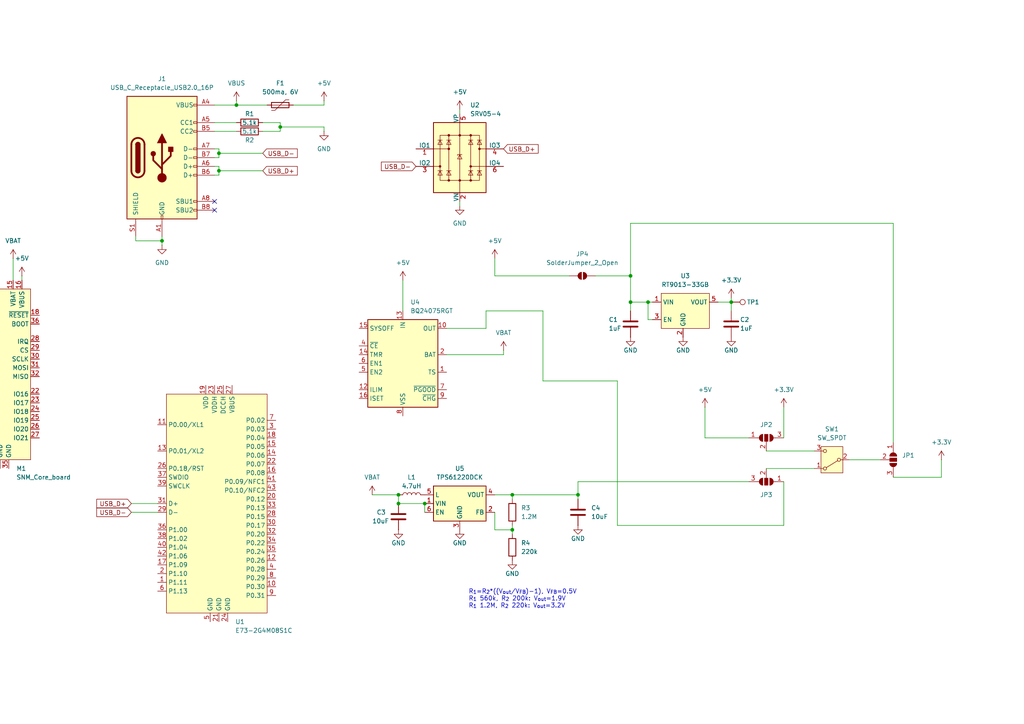
<source format=kicad_sch>
(kicad_sch (version 20231120) (generator "eeschema") (generator_version "8.0")
  (paper "A4")
  (lib_symbols
    (symbol "Battery_Management:BQ24075RGT"
      (property "Reference" "U" (at -8.89 13.97 0))
      (property "Value" "BQ24075RGT" (at 16.51 13.97 0))
      (symbol "BQ24075RGT_0_1"
        (rectangle (start -10.16 12.7) (end 10.16 -12.7) (stroke (width 0.254)) (fill (type background)))
      )
      (symbol "BQ24075RGT_1_1"
        (pin passive line (at 12.7 -2.54 180) (length 2.54) (name "TS") (number "1"))
        (pin power_out line (at 12.7 10.16 180) (length 2.54) (name "OUT") (number "10"))
        (pin passive line (at 12.7 10.16 180) (length 2.54) hide (name "OUT") (number "11"))
        (pin passive line (at -12.7 -7.62 0) (length 2.54) (name "ILIM") (number "12"))
        (pin power_in line (at 0 15.24 270) (length 2.54) (name "IN") (number "13"))
        (pin input line (at -12.7 2.54 0) (length 2.54) (name "TMR") (number "14"))
        (pin input line (at -12.7 10.16 0) (length 2.54) (name "SYSOFF") (number "15"))
        (pin passive line (at -12.7 -10.16 0) (length 2.54) (name "ISET") (number "16"))
        (pin passive line (at 0 -15.24 90) (length 2.54) hide (name "VSS") (number "17"))
        (pin power_out line (at 12.7 2.54 180) (length 2.54) (name "BAT") (number "2"))
        (pin passive line (at 12.7 2.54 180) (length 2.54) hide (name "BAT") (number "3"))
        (pin input line (at -12.7 5.08 0) (length 2.54) (name "~{CE}") (number "4"))
        (pin input line (at -12.7 -2.54 0) (length 2.54) (name "EN2") (number "5"))
        (pin input line (at -12.7 0 0) (length 2.54) (name "EN1") (number "6"))
        (pin open_collector line (at 12.7 -7.62 180) (length 2.54) (name "~{PGOOD}") (number "7"))
        (pin power_in line (at 0 -15.24 90) (length 2.54) (name "VSS") (number "8"))
        (pin open_collector line (at 12.7 -10.16 180) (length 2.54) (name "~{CHG}") (number "9"))
      )
    )
    (symbol "Connector:TestPoint" (pin_numbers hide) (pin_names (offset 0.762) hide)
      (property "Reference" "TP" (at 0 6.858 0))
      (property "Value" "TestPoint" (at 0 5.08 0))
      (symbol "TestPoint_0_1"
        (circle (center 0 3.302) (radius 0.762))
      )
      (symbol "TestPoint_1_1"
        (pin passive line (at 0 0 90) (length 2.54) (name "1") (number "1"))
      )
    )
    (symbol "Connector:USB_C_Receptacle_USB2.0_16P" (pin_names (offset 1.016))
      (property "Reference" "J" (at 0 22.225 0))
      (property "Value" "USB_C_Receptacle_USB2.0_16P" (at 0 19.685 0))
      (symbol "USB_C_Receptacle_USB2.0_16P_0_0"
        (rectangle (start -0.254 -17.78) (end 0.254 -16.764))
        (rectangle (start 10.16 -14.986) (end 9.144 -15.494))
        (rectangle (start 10.16 -12.446) (end 9.144 -12.954))
        (rectangle (start 10.16 -4.826) (end 9.144 -5.334))
        (rectangle (start 10.16 -2.286) (end 9.144 -2.794))
        (rectangle (start 10.16 0.254) (end 9.144 -0.254))
        (rectangle (start 10.16 2.794) (end 9.144 2.286))
        (rectangle (start 10.16 7.874) (end 9.144 7.366))
        (rectangle (start 10.16 10.414) (end 9.144 9.906))
        (rectangle (start 10.16 15.494) (end 9.144 14.986))
      )
      (symbol "USB_C_Receptacle_USB2.0_16P_0_1"
        (rectangle (start -10.16 17.78) (end 10.16 -17.78) (stroke (width 0.254)) (fill (type background)))
        (arc (start -8.89 -3.81) (mid -6.985 -5.7067) (end -5.08 -3.81) (stroke (width 0.508)))
        (arc (start -7.62 -3.81) (mid -6.985 -4.4423) (end -6.35 -3.81) (stroke (width 0.254)))
        (arc (start -7.62 -3.81) (mid -6.985 -4.4423) (end -6.35 -3.81) (stroke (width 0.254)) (fill (type outline)))
        (rectangle (start -7.62 -3.81) (end -6.35 3.81) (stroke (width 0.254)) (fill (type outline)))
        (arc (start -6.35 3.81) (mid -6.985 4.4423) (end -7.62 3.81) (stroke (width 0.254)))
        (arc (start -6.35 3.81) (mid -6.985 4.4423) (end -7.62 3.81) (stroke (width 0.254)) (fill (type outline)))
        (arc (start -5.08 3.81) (mid -6.985 5.7067) (end -8.89 3.81) (stroke (width 0.508)))
        (circle (center -2.54 1.143) (radius 0.635) (stroke (width 0.254)) (fill (type outline)))
        (circle (center 0 -5.842) (radius 1.27) (fill (type outline)))
        (polyline (pts (xy -8.89 -3.81) (xy -8.89 3.81)) (stroke (width 0.508)))
        (polyline (pts (xy -5.08 3.81) (xy -5.08 -3.81)) (stroke (width 0.508)))
        (polyline (pts (xy 0 -5.842) (xy 0 4.318)) (stroke (width 0.508)))
        (polyline (pts (xy 0 -3.302) (xy -2.54 -0.762) (xy -2.54 0.508)) (stroke (width 0.508)))
        (polyline (pts (xy 0 -2.032) (xy 2.54 0.508) (xy 2.54 1.778)) (stroke (width 0.508)))
        (polyline (pts (xy -1.27 4.318) (xy 0 6.858) (xy 1.27 4.318) (xy -1.27 4.318)) (stroke (width 0.254)) (fill (type outline)))
        (rectangle (start 1.905 1.778) (end 3.175 3.048) (stroke (width 0.254)) (fill (type outline)))
      )
      (symbol "USB_C_Receptacle_USB2.0_16P_1_1"
        (pin passive line (at 0 -22.86 90) (length 5.08) (name "GND") (number "A1"))
        (pin passive line (at 0 -22.86 90) (length 5.08) hide (name "GND") (number "A12"))
        (pin passive line (at 15.24 15.24 180) (length 5.08) (name "VBUS") (number "A4"))
        (pin bidirectional line (at 15.24 10.16 180) (length 5.08) (name "CC1") (number "A5"))
        (pin bidirectional line (at 15.24 -2.54 180) (length 5.08) (name "D+") (number "A6"))
        (pin bidirectional line (at 15.24 2.54 180) (length 5.08) (name "D-") (number "A7"))
        (pin bidirectional line (at 15.24 -12.7 180) (length 5.08) (name "SBU1") (number "A8"))
        (pin passive line (at 15.24 15.24 180) (length 5.08) hide (name "VBUS") (number "A9"))
        (pin passive line (at 0 -22.86 90) (length 5.08) hide (name "GND") (number "B1"))
        (pin passive line (at 0 -22.86 90) (length 5.08) hide (name "GND") (number "B12"))
        (pin passive line (at 15.24 15.24 180) (length 5.08) hide (name "VBUS") (number "B4"))
        (pin bidirectional line (at 15.24 7.62 180) (length 5.08) (name "CC2") (number "B5"))
        (pin bidirectional line (at 15.24 -5.08 180) (length 5.08) (name "D+") (number "B6"))
        (pin bidirectional line (at 15.24 0 180) (length 5.08) (name "D-") (number "B7"))
        (pin bidirectional line (at 15.24 -15.24 180) (length 5.08) (name "SBU2") (number "B8"))
        (pin passive line (at 15.24 15.24 180) (length 5.08) hide (name "VBUS") (number "B9"))
        (pin passive line (at -7.62 -22.86 90) (length 5.08) (name "SHIELD") (number "S1"))
      )
    )
    (symbol "Device:C" (pin_numbers hide) (pin_names (offset 0.254))
      (property "Reference" "C" (at 0.635 2.54 0))
      (property "Value" "C" (at 0.635 -2.54 0))
      (symbol "C_0_1"
        (polyline (pts (xy -2.032 -0.762) (xy 2.032 -0.762)) (stroke (width 0.508)))
        (polyline (pts (xy -2.032 0.762) (xy 2.032 0.762)) (stroke (width 0.508)))
      )
      (symbol "C_1_1"
        (pin passive line (at 0 3.81 270) (length 2.794) (name "~") (number "1"))
        (pin passive line (at 0 -3.81 90) (length 2.794) (name "~") (number "2"))
      )
    )
    (symbol "Device:L" (pin_numbers hide) (pin_names (offset 1.016) hide)
      (property "Reference" "L" (at -1.27 0 90))
      (property "Value" "L" (at 1.905 0 90))
      (symbol "L_0_1"
        (arc (start 0 -2.54) (mid 0.6323 -1.905) (end 0 -1.27))
        (arc (start 0 -1.27) (mid 0.6323 -0.635) (end 0 0))
        (arc (start 0 0) (mid 0.6323 0.635) (end 0 1.27))
        (arc (start 0 1.27) (mid 0.6323 1.905) (end 0 2.54))
      )
      (symbol "L_1_1"
        (pin passive line (at 0 3.81 270) (length 1.27) (name "1") (number "1"))
        (pin passive line (at 0 -3.81 90) (length 1.27) (name "2") (number "2"))
      )
    )
    (symbol "Device:Polyfuse" (pin_numbers hide) (pin_names (offset 0))
      (property "Reference" "F" (at -2.54 0 90))
      (property "Value" "Polyfuse" (at 2.54 0 90))
      (symbol "Polyfuse_0_1"
        (rectangle (start -0.762 2.54) (end 0.762 -2.54) (stroke (width 0.254)))
        (polyline (pts (xy 0 2.54) (xy 0 -2.54)))
        (polyline (pts (xy -1.524 2.54) (xy -1.524 1.524) (xy 1.524 -1.524) (xy 1.524 -2.54)))
      )
      (symbol "Polyfuse_1_1"
        (pin passive line (at 0 3.81 270) (length 1.27) (name "~") (number "1"))
        (pin passive line (at 0 -3.81 90) (length 1.27) (name "~") (number "2"))
      )
    )
    (symbol "Device:R" (pin_numbers hide) (pin_names (offset 0))
      (property "Reference" "R" (at 2.032 0 90))
      (property "Value" "R" (at 0 0 90))
      (symbol "R_0_1"
        (rectangle (start -1.016 -2.54) (end 1.016 2.54) (stroke (width 0.254)))
      )
      (symbol "R_1_1"
        (pin passive line (at 0 3.81 270) (length 1.27) (name "~") (number "1"))
        (pin passive line (at 0 -3.81 90) (length 1.27) (name "~") (number "2"))
      )
    )
    (symbol "ErgoSNM_Keyboard_Library:E73-2G4M08S1C"
      (property "Reference" "U" (at 10.16 -34.29 0))
      (property "Value" "E73-2G4M08S1C" (at 12.7 -36.83 0))
      (symbol "E73-2G4M08S1C_0_0"
        (pin bidirectional line (at -17.78 -24.13 0) (length 2.54) (name "P1.11") (number "1"))
        (pin bidirectional line (at 16.51 -25.4 180) (length 2.54) (name "P0.30") (number "10"))
        (pin bidirectional line (at -17.78 21.59 0) (length 2.54) (name "P0.00/XL1") (number "11"))
        (pin bidirectional line (at 16.51 -17.78 180) (length 2.54) (name "P0.26") (number "12"))
        (pin bidirectional line (at -17.78 13.97 0) (length 2.54) (name "P0.01/XL2") (number "13"))
        (pin bidirectional line (at 16.51 12.7 180) (length 2.54) (name "P0.06") (number "14"))
        (pin bidirectional line (at 16.51 15.24 180) (length 2.54) (name "P0.05") (number "15"))
        (pin bidirectional line (at 16.51 7.62 180) (length 2.54) (name "P0.08") (number "16"))
        (pin bidirectional line (at -17.78 -19.05 0) (length 2.54) (name "P1.09") (number "17"))
        (pin bidirectional line (at 16.51 17.78 180) (length 2.54) (name "P0.04") (number "18"))
        (pin power_in line (at -3.81 33.02 270) (length 2.54) (name "VDD") (number "19"))
        (pin bidirectional line (at -17.78 -21.59 0) (length 2.54) (name "P1.10") (number "2"))
        (pin bidirectional line (at 16.51 0 180) (length 2.54) (name "P0.12") (number "20"))
        (pin power_in line (at 0 -35.56 90) (length 2.54) (name "GND") (number "21"))
        (pin bidirectional line (at 16.51 10.16 180) (length 2.54) (name "P0.07") (number "22"))
        (pin power_in line (at -1.27 33.02 270) (length 2.54) (name "VDDH") (number "23"))
        (pin power_in line (at 2.54 -35.56 90) (length 2.54) (name "GND") (number "24"))
        (pin power_in line (at 1.27 33.02 270) (length 2.54) (name "DCCH") (number "25"))
        (pin bidirectional line (at -17.78 8.89 0) (length 2.54) (name "P0.18/RST") (number "26"))
        (pin power_in line (at 3.81 33.02 270) (length 2.54) (name "VBUS") (number "27"))
        (pin bidirectional line (at 16.51 -5.08 180) (length 2.54) (name "P0.15") (number "28"))
        (pin bidirectional line (at -17.78 -3.81 0) (length 2.54) (name "D-") (number "29"))
        (pin bidirectional line (at 16.51 20.32 180) (length 2.54) (name "P0.03") (number "3"))
        (pin bidirectional line (at 16.51 -7.62 180) (length 2.54) (name "P0.17") (number "30"))
        (pin bidirectional line (at -17.78 -1.27 0) (length 2.54) (name "D+") (number "31"))
        (pin bidirectional line (at 16.51 -10.16 180) (length 2.54) (name "P0.20") (number "32"))
        (pin bidirectional line (at 16.51 -2.54 180) (length 2.54) (name "P0.13") (number "33"))
        (pin bidirectional line (at 16.51 -12.7 180) (length 2.54) (name "P0.22") (number "34"))
        (pin bidirectional line (at 16.51 -15.24 180) (length 2.54) (name "P0.24") (number "35"))
        (pin bidirectional line (at -17.78 -8.89 0) (length 2.54) (name "P1.00") (number "36"))
        (pin bidirectional line (at -17.78 6.35 0) (length 2.54) (name "SWDIO") (number "37"))
        (pin bidirectional line (at -17.78 -11.43 0) (length 2.54) (name "P1.02") (number "38"))
        (pin bidirectional line (at -17.78 3.81 0) (length 2.54) (name "SWCLK") (number "39"))
        (pin bidirectional line (at 16.51 -20.32 180) (length 2.54) (name "P0.28") (number "4"))
        (pin bidirectional line (at -17.78 -13.97 0) (length 2.54) (name "P1.04") (number "40"))
        (pin bidirectional line (at 16.51 5.08 180) (length 2.54) (name "P0.09/NFC1") (number "41"))
        (pin bidirectional line (at -17.78 -16.51 0) (length 2.54) (name "P1.06") (number "42"))
        (pin bidirectional line (at 16.51 2.54 180) (length 2.54) (name "P0.10/NFC2") (number "43"))
        (pin power_in line (at -2.54 -35.56 90) (length 2.54) (name "GND") (number "5"))
        (pin bidirectional line (at -17.78 -26.67 0) (length 2.54) (name "P1.13") (number "6"))
        (pin bidirectional line (at 16.51 22.86 180) (length 2.54) (name "P0.02") (number "7"))
        (pin bidirectional line (at 16.51 -22.86 180) (length 2.54) (name "P0.29") (number "8"))
        (pin bidirectional line (at 16.51 -27.94 180) (length 2.54) (name "P0.31") (number "9"))
      )
      (symbol "E73-2G4M08S1C_1_1"
        (rectangle (start -15.24 30.48) (end 13.97 -33.02) (fill (type background)))
      )
    )
    (symbol "ErgoSNM_Keyboard_Library:SNM_Core_board"
      (property "Reference" "M" (at 7.112 -29.972 0))
      (property "Value" "SNM_Core_board" (at 14.224 -28.194 0))
      (symbol "SNM_Core_board_1_1"
        (rectangle (start -8.89 22.86) (end 8.89 -26.67) (fill (type background)))
        (pin passive line (at -6.35 25.4 270) (length 2.54) (name "3.3V") (number "1"))
        (pin passive line (at -11.43 -5.08 0) (length 2.54) (name "IO9") (number "10"))
        (pin passive line (at -11.43 -7.62 0) (length 2.54) (name "IO10") (number "11"))
        (pin passive line (at -11.43 -10.16 0) (length 2.54) (name "IO11") (number "12"))
        (pin passive line (at -11.43 -12.7 0) (length 2.54) (name "IO12") (number "13"))
        (pin passive line (at -11.43 -15.24 0) (length 2.54) (name "IO13") (number "14"))
        (pin passive line (at 3.81 25.4 270) (length 2.54) (name "VBAT") (number "15"))
        (pin passive line (at 6.35 25.4 270) (length 2.54) (name "VBUS") (number "16"))
        (pin passive line (at -2.54 -29.21 90) (length 2.54) (name "GND") (number "17"))
        (pin input line (at 11.43 15.24 180) (length 2.54) (name "~{RESET}") (number "18"))
        (pin passive line (at 0 -29.21 90) (length 2.54) (name "GND") (number "19"))
        (pin passive line (at -11.43 15.24 0) (length 2.54) (name "IO1") (number "2"))
        (pin passive line (at -11.43 -17.78 0) (length 2.54) (name "IO14") (number "20"))
        (pin passive line (at -11.43 -20.32 0) (length 2.54) (name "IO15") (number "21"))
        (pin passive line (at 11.43 -7.62 180) (length 2.54) (name "IO16") (number "22"))
        (pin passive line (at 11.43 -10.16 180) (length 2.54) (name "IO17") (number "23"))
        (pin passive line (at 11.43 -12.7 180) (length 2.54) (name "IO18") (number "24"))
        (pin passive line (at 11.43 -15.24 180) (length 2.54) (name "IO19") (number "25"))
        (pin passive line (at 11.43 -17.78 180) (length 2.54) (name "IO20") (number "26"))
        (pin passive line (at 11.43 -20.32 180) (length 2.54) (name "IO21") (number "27"))
        (pin input line (at 11.43 7.62 180) (length 2.54) (name "IRQ") (number "28"))
        (pin output line (at 11.43 5.08 180) (length 2.54) (name "CS") (number "29"))
        (pin passive line (at -11.43 12.7 0) (length 2.54) (name "IO2") (number "3"))
        (pin output line (at 11.43 2.54 180) (length 2.54) (name "SCLK") (number "30"))
        (pin output line (at 11.43 0 180) (length 2.54) (name "MOSI") (number "31"))
        (pin input line (at 11.43 -2.54 180) (length 2.54) (name "MISO") (number "32"))
        (pin passive line (at -1.27 25.4 270) (length 2.54) (name "VCC") (number "33"))
        (pin passive line (at -3.81 25.4 270) (length 2.54) (name "3.3V") (number "34"))
        (pin passive line (at 2.54 -29.21 90) (length 2.54) (name "GND") (number "35"))
        (pin input line (at 11.43 12.7 180) (length 2.54) (name "BOOT") (number "36"))
        (pin passive line (at -11.43 10.16 0) (length 2.54) (name "IO3") (number "4"))
        (pin passive line (at -11.43 7.62 0) (length 2.54) (name "IO4") (number "5"))
        (pin passive line (at -11.43 5.08 0) (length 2.54) (name "IO5") (number "6"))
        (pin passive line (at -11.43 2.54 0) (length 2.54) (name "IO6") (number "7"))
        (pin passive line (at -11.43 0 0) (length 2.54) (name "IO7") (number "8"))
        (pin passive line (at -11.43 -2.54 0) (length 2.54) (name "IO8") (number "9"))
      )
    )
    (symbol "Jumper:SolderJumper_2_Open" (pin_numbers hide) (pin_names (offset 0) hide) (exclude_from_sim yes) (in_bom no)
      (property "Reference" "JP" (at 0 2.032 0))
      (property "Value" "SolderJumper_2_Open" (at 0 -2.54 0))
      (symbol "SolderJumper_2_Open_0_1"
        (arc (start -0.254 1.016) (mid -1.2656 0) (end -0.254 -1.016))
        (arc (start -0.254 1.016) (mid -1.2656 0) (end -0.254 -1.016) (fill (type outline)))
        (polyline (pts (xy -0.254 1.016) (xy -0.254 -1.016)))
        (polyline (pts (xy 0.254 1.016) (xy 0.254 -1.016)))
        (arc (start 0.254 -1.016) (mid 1.2656 0) (end 0.254 1.016))
        (arc (start 0.254 -1.016) (mid 1.2656 0) (end 0.254 1.016) (fill (type outline)))
      )
      (symbol "SolderJumper_2_Open_1_1"
        (pin passive line (at -3.81 0 0) (length 2.54) (name "A") (number "1"))
        (pin passive line (at 3.81 0 180) (length 2.54) (name "B") (number "2"))
      )
    )
    (symbol "Jumper:SolderJumper_3_Open" (pin_names (offset 0) hide) (exclude_from_sim yes) (in_bom no)
      (property "Reference" "JP" (at -2.54 -2.54 0))
      (property "Value" "SolderJumper_3_Open" (at 0 2.794 0))
      (symbol "SolderJumper_3_Open_0_1"
        (arc (start -1.016 1.016) (mid -2.0276 0) (end -1.016 -1.016))
        (arc (start -1.016 1.016) (mid -2.0276 0) (end -1.016 -1.016) (fill (type outline)))
        (rectangle (start -0.508 1.016) (end 0.508 -1.016) (fill (type outline)))
        (polyline (pts (xy -2.54 0) (xy -2.032 0)))
        (polyline (pts (xy -1.016 1.016) (xy -1.016 -1.016)))
        (polyline (pts (xy 0 -1.27) (xy 0 -1.016)))
        (polyline (pts (xy 1.016 1.016) (xy 1.016 -1.016)))
        (polyline (pts (xy 2.54 0) (xy 2.032 0)))
        (arc (start 1.016 -1.016) (mid 2.0276 0) (end 1.016 1.016))
        (arc (start 1.016 -1.016) (mid 2.0276 0) (end 1.016 1.016) (fill (type outline)))
      )
      (symbol "SolderJumper_3_Open_1_1"
        (pin passive line (at -5.08 0 0) (length 2.54) (name "A") (number "1"))
        (pin passive line (at 0 -3.81 90) (length 2.54) (name "C") (number "2"))
        (pin passive line (at 5.08 0 180) (length 2.54) (name "B") (number "3"))
      )
    )
    (symbol "Power_Protection:SRV05-4" (pin_names (offset 0))
      (property "Reference" "U" (at -5.08 11.43 0))
      (property "Value" "SRV05-4" (at 2.54 11.43 0))
      (symbol "SRV05-4_0_0"
        (rectangle (start -5.715 6.477) (end 5.715 -6.604))
        (polyline (pts (xy -3.175 -6.604) (xy -3.175 6.477)))
        (polyline (pts (xy 3.175 6.477) (xy 3.175 -6.604)))
      )
      (symbol "SRV05-4_0_1"
        (rectangle (start -7.62 10.16) (end 7.62 -10.16) (stroke (width 0.254)) (fill (type background)))
        (circle (center -5.715 -2.54) (radius 0.2794) (fill (type outline)))
        (circle (center -3.175 -6.604) (radius 0.2794) (fill (type outline)))
        (circle (center -3.175 2.54) (radius 0.2794) (fill (type outline)))
        (circle (center -3.175 6.477) (radius 0.2794) (fill (type outline)))
        (circle (center 0 -6.604) (radius 0.2794) (fill (type outline)))
        (polyline (pts (xy -7.747 2.54) (xy -3.175 2.54)))
        (polyline (pts (xy -7.62 -2.54) (xy -5.715 -2.54)))
        (polyline (pts (xy -5.08 -3.81) (xy -6.35 -3.81)))
        (polyline (pts (xy -5.08 5.08) (xy -6.35 5.08)))
        (polyline (pts (xy -2.54 -3.81) (xy -3.81 -3.81)))
        (polyline (pts (xy -2.54 5.08) (xy -3.81 5.08)))
        (polyline (pts (xy 0 10.16) (xy 0 -10.16)))
        (polyline (pts (xy 3.81 -3.81) (xy 2.54 -3.81)))
        (polyline (pts (xy 3.81 5.08) (xy 2.54 5.08)))
        (polyline (pts (xy 6.35 -3.81) (xy 5.08 -3.81)))
        (polyline (pts (xy 6.35 5.08) (xy 5.08 5.08)))
        (polyline (pts (xy 7.62 -2.54) (xy 3.175 -2.54)))
        (polyline (pts (xy 7.62 2.54) (xy 5.715 2.54)))
        (polyline (pts (xy 0.635 0.889) (xy -0.635 0.889) (xy -0.635 0.635)))
        (polyline (pts (xy -5.08 -5.08) (xy -6.35 -5.08) (xy -5.715 -3.81) (xy -5.08 -5.08)))
        (polyline (pts (xy -5.08 3.81) (xy -6.35 3.81) (xy -5.715 5.08) (xy -5.08 3.81)))
        (polyline (pts (xy -2.54 -5.08) (xy -3.81 -5.08) (xy -3.175 -3.81) (xy -2.54 -5.08)))
        (polyline (pts (xy -2.54 3.81) (xy -3.81 3.81) (xy -3.175 5.08) (xy -2.54 3.81)))
        (polyline (pts (xy 0.635 -0.381) (xy -0.635 -0.381) (xy 0 0.889) (xy 0.635 -0.381)))
        (polyline (pts (xy 3.81 -5.08) (xy 2.54 -5.08) (xy 3.175 -3.81) (xy 3.81 -5.08)))
        (polyline (pts (xy 3.81 3.81) (xy 2.54 3.81) (xy 3.175 5.08) (xy 3.81 3.81)))
        (polyline (pts (xy 6.35 -5.08) (xy 5.08 -5.08) (xy 5.715 -3.81) (xy 6.35 -5.08)))
        (polyline (pts (xy 6.35 3.81) (xy 5.08 3.81) (xy 5.715 5.08) (xy 6.35 3.81)))
        (circle (center 0 6.477) (radius 0.2794) (fill (type outline)))
        (circle (center 3.175 -6.604) (radius 0.2794) (fill (type outline)))
        (circle (center 3.175 -2.54) (radius 0.2794) (fill (type outline)))
        (circle (center 3.175 6.477) (radius 0.2794) (fill (type outline)))
        (circle (center 5.715 2.54) (radius 0.2794) (fill (type outline)))
      )
      (symbol "SRV05-4_1_1"
        (pin passive line (at -12.7 2.54 0) (length 5.08) (name "IO1") (number "1"))
        (pin passive line (at 0 -12.7 90) (length 2.54) (name "VN") (number "2"))
        (pin passive line (at -12.7 -2.54 0) (length 5.08) (name "IO2") (number "3"))
        (pin passive line (at 12.7 2.54 180) (length 5.08) (name "IO3") (number "4"))
        (pin passive line (at 0 12.7 270) (length 2.54) (name "VP") (number "5"))
        (pin passive line (at 12.7 -2.54 180) (length 5.08) (name "IO4") (number "6"))
      )
    )
    (symbol "Regulator_Switching:TPS61220DCK"
      (property "Reference" "U" (at -7.62 6.35 0))
      (property "Value" "TPS61220DCK" (at 2.54 6.35 0))
      (symbol "TPS61220DCK_0_1"
        (rectangle (start -7.62 5.08) (end 7.62 -5.08) (stroke (width 0.254)) (fill (type background)))
      )
      (symbol "TPS61220DCK_1_1"
        (pin power_in line (at -10.16 0 0) (length 2.54) (name "VIN") (number "1"))
        (pin input line (at 10.16 -2.54 180) (length 2.54) (name "FB") (number "2"))
        (pin power_in line (at 0 -7.62 90) (length 2.54) (name "GND") (number "3"))
        (pin power_out line (at 10.16 2.54 180) (length 2.54) (name "VOUT") (number "4"))
        (pin power_in line (at -10.16 2.54 0) (length 2.54) (name "L") (number "5"))
        (pin input line (at -10.16 -2.54 0) (length 2.54) (name "EN") (number "6"))
      )
    )
    (symbol "Switch:SW_SPDT" (pin_names (offset 0) hide)
      (property "Reference" "SW" (at 0 5.08 0))
      (property "Value" "SW_SPDT" (at 0 -5.08 0))
      (symbol "SW_SPDT_0_1"
        (circle (center -2.032 0) (radius 0.4572))
        (polyline (pts (xy -1.651 0.254) (xy 1.651 2.286)))
        (circle (center 2.032 -2.54) (radius 0.4572))
        (circle (center 2.032 2.54) (radius 0.4572))
      )
      (symbol "SW_SPDT_1_1"
        (rectangle (start -3.175 3.81) (end 3.175 -3.81) (fill (type background)))
        (pin passive line (at 5.08 2.54 180) (length 2.54) (name "A") (number "1"))
        (pin passive line (at -5.08 0 0) (length 2.54) (name "B") (number "2"))
        (pin passive line (at 5.08 -2.54 180) (length 2.54) (name "C") (number "3"))
      )
    )
    (symbol "power:+3.3V" (power) (pin_numbers hide) (pin_names (offset 0) hide)
      (property "Value" "+3.3V" (at 0 3.556 0))
      (symbol "+3.3V_0_1"
        (polyline (pts (xy -0.762 1.27) (xy 0 2.54)))
        (polyline (pts (xy 0 0) (xy 0 2.54)))
        (polyline (pts (xy 0 2.54) (xy 0.762 1.27)))
      )
      (symbol "+3.3V_1_1"
        (pin power_in line (at 0 0 90) (length 0) (name "~") (number "1"))
      )
    )
    (symbol "power:+5V" (power) (pin_numbers hide) (pin_names (offset 0) hide)
      (property "Value" "+5V" (at 0 3.556 0))
      (symbol "+5V_0_1"
        (polyline (pts (xy -0.762 1.27) (xy 0 2.54)))
        (polyline (pts (xy 0 0) (xy 0 2.54)))
        (polyline (pts (xy 0 2.54) (xy 0.762 1.27)))
      )
      (symbol "+5V_1_1"
        (pin power_in line (at 0 0 90) (length 0) (name "~") (number "1"))
      )
    )
    (symbol "power:+BATT" (power) (pin_numbers hide) (pin_names (offset 0) hide)
      (property "Value" "+BATT" (at 0 3.556 0))
      (symbol "+BATT_0_1"
        (polyline (pts (xy -0.762 1.27) (xy 0 2.54)))
        (polyline (pts (xy 0 0) (xy 0 2.54)))
        (polyline (pts (xy 0 2.54) (xy 0.762 1.27)))
      )
      (symbol "+BATT_1_1"
        (pin power_in line (at 0 0 90) (length 0) (name "~") (number "1"))
      )
    )
    (symbol "power:GND" (power) (pin_numbers hide) (pin_names (offset 0) hide)
      (property "Value" "GND" (at 0 -3.81 0))
      (symbol "GND_0_1"
        (polyline (pts (xy 0 0) (xy 0 -1.27) (xy 1.27 -1.27) (xy 0 -2.54) (xy -1.27 -1.27) (xy 0 -1.27)))
      )
      (symbol "GND_1_1"
        (pin power_in line (at 0 0 270) (length 0) (name "~") (number "1"))
      )
    )
    (symbol "power:VBUS" (power) (pin_numbers hide) (pin_names (offset 0) hide)
      (property "Value" "VBUS" (at 0 3.556 0))
      (symbol "VBUS_0_1"
        (polyline (pts (xy -0.762 1.27) (xy 0 2.54)))
        (polyline (pts (xy 0 0) (xy 0 2.54)))
        (polyline (pts (xy 0 2.54) (xy 0.762 1.27)))
      )
      (symbol "VBUS_1_1"
        (pin power_in line (at 0 0 90) (length 0) (name "~") (number "1"))
      )
    )
    (symbol "rp-micro:RT9013-33GB"
      (property "Reference" "U?" (at 0 8.89 0))
      (property "Value" "RT9013-33GB" (at 0 6.35 0))
      (symbol "RT9013-33GB_0_0"
        (pin no_connect non_logic (at 10.16 -2.54 180) (length 2.54) hide (name "NC") (number "4"))
      )
      (symbol "RT9013-33GB_0_1"
        (rectangle (start -6.35 5.08) (end 7.62 -5.08) (fill (type background)))
      )
      (symbol "RT9013-33GB_1_1"
        (pin power_in line (at -8.89 2.54 0) (length 2.54) (name "VIN") (number "1"))
        (pin power_in line (at 0 -7.62 90) (length 2.54) (name "GND") (number "2"))
        (pin input line (at -8.89 -2.54 0) (length 2.54) (name "EN") (number "3"))
        (pin power_out line (at 10.16 2.54 180) (length 2.54) (name "VOUT") (number "5"))
      )
    )
  )
  (junction (at 68.58 30.48))
  (junction (at 187.96 87.63))
  (junction (at 167.64 143.51))
  (junction (at 46.99 69.85))
  (junction (at 63.5 49.53))
  (junction (at 182.88 87.63))
  (junction (at 115.57 146.05))
  (junction (at 81.28 36.83))
  (junction (at 148.59 143.51))
  (junction (at 63.5 44.45))
  (junction (at 212.09 87.63))
  (junction (at 115.57 143.51))
  (junction (at 148.59 153.67))
  (junction (at 123.19 146.05))
  (junction (at 182.88 80.01))
  (no_connect (at 62.23 60.96))
  (no_connect (at 62.23 58.42))
  (wire (pts (xy 189.23 92.71) (xy 187.96 92.71)))
  (wire (pts (xy 3.81 74.93) (xy 3.81 81.28)))
  (wire (pts (xy 167.64 139.7) (xy 167.64 143.51)))
  (wire (pts (xy 227.33 152.4) (xy 179.07 152.4)))
  (wire (pts (xy 68.58 30.48) (xy 62.23 30.48)))
  (wire (pts (xy 68.58 29.21) (xy 68.58 30.48)))
  (wire (pts (xy 81.28 35.56) (xy 81.28 36.83)))
  (wire (pts (xy 208.28 87.63) (xy 212.09 87.63)))
  (wire (pts (xy 182.88 87.63) (xy 182.88 90.17)))
  (wire (pts (xy 129.54 102.87) (xy 146.05 102.87)))
  (wire (pts (xy 143.51 153.67) (xy 143.51 148.59)))
  (wire (pts (xy 204.47 118.11) (xy 204.47 127)))
  (wire (pts (xy 182.88 64.77) (xy 182.88 80.01)))
  (wire (pts (xy 143.51 74.93) (xy 143.51 80.01)))
  (wire (pts (xy 217.17 139.7) (xy 167.64 139.7)))
  (wire (pts (xy 143.51 143.51) (xy 148.59 143.51)))
  (wire (pts (xy 217.17 127) (xy 204.47 127)))
  (wire (pts (xy 38.1 146.05) (xy 45.72 146.05)))
  (wire (pts (xy 77.47 30.48) (xy 68.58 30.48)))
  (wire (pts (xy 63.5 45.72) (xy 62.23 45.72)))
  (wire (pts (xy 6.35 80.01) (xy 6.35 81.28)))
  (wire (pts (xy 63.5 44.45) (xy 76.2 44.45)))
  (wire (pts (xy 63.5 48.26) (xy 63.5 49.53)))
  (wire (pts (xy 212.09 86.36) (xy 212.09 87.63)))
  (wire (pts (xy 93.98 36.83) (xy 93.98 38.1)))
  (wire (pts (xy 39.37 69.85) (xy 39.37 68.58)))
  (wire (pts (xy 63.5 44.45) (xy 63.5 45.72)))
  (wire (pts (xy 107.95 143.51) (xy 115.57 143.51)))
  (wire (pts (xy 259.08 64.77) (xy 182.88 64.77)))
  (wire (pts (xy 259.08 138.43) (xy 273.05 138.43)))
  (wire (pts (xy 46.99 69.85) (xy 46.99 68.58)))
  (wire (pts (xy 133.35 59.69) (xy 133.35 58.42)))
  (wire (pts (xy 38.1 148.59) (xy 45.72 148.59)))
  (wire (pts (xy 68.58 35.56) (xy 62.23 35.56)))
  (wire (pts (xy 255.27 133.35) (xy 246.38 133.35)))
  (wire (pts (xy 148.59 144.78) (xy 148.59 143.51)))
  (wire (pts (xy 123.19 146.05) (xy 123.19 148.59)))
  (wire (pts (xy 179.07 152.4) (xy 179.07 110.49)))
  (wire (pts (xy 76.2 35.56) (xy 81.28 35.56)))
  (wire (pts (xy 81.28 36.83) (xy 81.28 38.1)))
  (wire (pts (xy 157.48 90.17) (xy 140.97 90.17)))
  (wire (pts (xy 179.07 110.49) (xy 157.48 110.49)))
  (wire (pts (xy 63.5 50.8) (xy 62.23 50.8)))
  (wire (pts (xy 148.59 153.67) (xy 148.59 152.4)))
  (wire (pts (xy 46.99 71.12) (xy 46.99 69.85)))
  (wire (pts (xy 63.5 43.18) (xy 63.5 44.45)))
  (wire (pts (xy 227.33 139.7) (xy 227.33 152.4)))
  (wire (pts (xy 172.72 80.01) (xy 182.88 80.01)))
  (wire (pts (xy 115.57 146.05) (xy 123.19 146.05)))
  (wire (pts (xy 227.33 118.11) (xy 227.33 127)))
  (wire (pts (xy 157.48 110.49) (xy 157.48 90.17)))
  (wire (pts (xy 63.5 49.53) (xy 63.5 50.8)))
  (wire (pts (xy 93.98 30.48) (xy 93.98 29.21)))
  (wire (pts (xy 115.57 143.51) (xy 115.57 146.05)))
  (wire (pts (xy 222.25 135.89) (xy 236.22 135.89)))
  (wire (pts (xy 129.54 95.25) (xy 140.97 95.25)))
  (wire (pts (xy 133.35 31.75) (xy 133.35 33.02)))
  (wire (pts (xy 273.05 133.35) (xy 273.05 138.43)))
  (wire (pts (xy 63.5 48.26) (xy 62.23 48.26)))
  (wire (pts (xy 182.88 80.01) (xy 182.88 87.63)))
  (wire (pts (xy 85.09 30.48) (xy 93.98 30.48)))
  (wire (pts (xy 63.5 49.53) (xy 76.2 49.53)))
  (wire (pts (xy 140.97 95.25) (xy 140.97 90.17)))
  (wire (pts (xy 182.88 87.63) (xy 187.96 87.63)))
  (wire (pts (xy 187.96 87.63) (xy 189.23 87.63)))
  (wire (pts (xy 143.51 153.67) (xy 148.59 153.67)))
  (wire (pts (xy 259.08 128.27) (xy 259.08 64.77)))
  (wire (pts (xy 167.64 144.78) (xy 167.64 143.51)))
  (wire (pts (xy 148.59 143.51) (xy 167.64 143.51)))
  (wire (pts (xy 39.37 69.85) (xy 46.99 69.85)))
  (wire (pts (xy 62.23 38.1) (xy 68.58 38.1)))
  (wire (pts (xy 63.5 43.18) (xy 62.23 43.18)))
  (wire (pts (xy 222.25 130.81) (xy 236.22 130.81)))
  (wire (pts (xy 146.05 102.87) (xy 146.05 101.6)))
  (wire (pts (xy 212.09 87.63) (xy 212.09 90.17)))
  (wire (pts (xy 116.84 81.28) (xy 116.84 90.17)))
  (wire (pts (xy 93.98 36.83) (xy 81.28 36.83)))
  (wire (pts (xy 187.96 92.71) (xy 187.96 87.63)))
  (wire (pts (xy 148.59 154.94) (xy 148.59 153.67)))
  (wire (pts (xy 76.2 38.1) (xy 81.28 38.1)))
  (wire (pts (xy 165.1 80.01) (xy 143.51 80.01)))
  (text "R_{1}=R_{2}*((V_{out}/V_{FB})-1), V_{FB}=0.5V\nR_{1} 560k, R_{2} 200k: V_{out}=1.9V\nR_{1} 1.2M, R_{2} 220k: V_{out}=3.2V" (at 135.89 176.53 0) (effects (font (size 1.27 1.27)) (justify left bottom)))
  (global_label "USB_D+" (shape input) (at 146.05 43.18 0) (property "Intersheetrefs" "${INTERSHEET_REFS}" (effects (hide yes))))
  (global_label "USB_D-" (shape input) (at 76.2 44.45 0) (property "Intersheetrefs" "${INTERSHEET_REFS}" (effects (hide yes))))
  (global_label "USB_D-" (shape input) (at 120.65 48.26 180) (property "Intersheetrefs" "${INTERSHEET_REFS}" (effects (hide yes))))
  (global_label "USB_D+" (shape input) (at 76.2 49.53 0) (property "Intersheetrefs" "${INTERSHEET_REFS}" (effects (hide yes))))
  (global_label "USB_D+" (shape input) (at 38.1 146.05 180) (property "Intersheetrefs" "${INTERSHEET_REFS}" (effects (hide yes))))
  (global_label "USB_D-" (shape input) (at 38.1 148.59 180) (property "Intersheetrefs" "${INTERSHEET_REFS}" (effects (hide yes))))
  (symbol (lib_id "power:GND") (at 167.64 152.4 0) (unit 1)
    (property "Reference" "#PWR022" (effects (hide yes)))
    (property "Value" "GND" (at 167.64 156.21 0))
  )
  (symbol (lib_id "Device:R") (at 72.39 38.1 90) (mirror x) (unit 1)
    (property "Reference" "R2" (at 72.39 40.64 90))
    (property "Value" "5.1k" (at 72.39 38.1 90))
    (property "Description" "Resistor" (effects (hide yes)))
  )
  (symbol (lib_id "Jumper:SolderJumper_3_Open") (at 222.25 127 0) (unit 1) (exclude_from_sim yes) (in_bom no)
    (property "Reference" "JP2" (at 222.25 123.19 0))
    (property "Value" "SolderJumper_3_Open" (effects (hide yes)))
    (property "Description" "Solder Jumper, 3-pole, open" (effects (hide yes)))
  )
  (symbol (lib_id "power:GND") (at 198.12 97.79 0) (unit 1)
    (property "Reference" "#PWR09" (effects (hide yes)))
    (property "Value" "GND" (at 198.12 101.6 0))
  )
  (symbol (lib_id "power:+BATT") (at 146.05 101.6 0) (unit 1)
    (property "Reference" "#PWR013" (effects (hide yes)))
    (property "Value" "VBAT" (at 146.05 96.52 0))
    (property "Description" "Power symbol creates a global label with name \"+BATT\"" (effects (hide yes)))
  )
  (symbol (lib_id "ErgoSNM_Keyboard_Library:E73-2G4M08S1C") (at 63.5 144.78 0) (unit 1)
    (property "Reference" "U1" (at 68.2341 180.34 0) (effects (justify left)))
    (property "Value" "E73-2G4M08S1C" (at 68.2341 182.88 0) (effects (justify left)))
    (property "Footprint" "ErgoSNM_Keyboard:E73-2G4M08S1C-52840_from_nrfmicro" (effects (hide yes)))
    (property "Description" "nRF52840 BLE module" (effects (hide yes)))
  )
  (symbol (lib_id "power:GND") (at 212.09 97.79 0) (unit 1)
    (property "Reference" "#PWR011" (effects (hide yes)))
    (property "Value" "GND" (at 212.09 101.6 0))
  )
  (symbol (lib_id "power:+BATT") (at 107.95 143.51 0) (unit 1)
    (property "Reference" "#PWR017" (effects (hide yes)))
    (property "Value" "VBAT" (at 107.95 138.43 0))
    (property "Description" "Power symbol creates a global label with name \"+BATT\"" (effects (hide yes)))
  )
  (symbol (lib_id "Regulator_Switching:TPS61220DCK") (at 133.35 146.05 0) (unit 1)
    (property "Reference" "U5" (at 133.35 135.89 0))
    (property "Value" "TPS61220DCK" (at 133.35 138.43 0))
    (property "Footprint" "Package_TO_SOT_SMD:Texas_R-PDSO-G6" (effects (hide yes)))
    (property "Datasheet" "http://www.ti.com/lit/ds/symlink/tps61220.pdf" (effects (hide yes)))
  )
  (symbol (lib_id "power:+3.3V") (at 273.05 133.35 0) (unit 1)
    (property "Reference" "#PWR07" (effects (hide yes)))
    (property "Value" "+3.3V" (at 273.05 128.27 0))
    (property "Description" "Power symbol creates a global label with name \"+3.3V\"" (effects (hide yes)))
  )
  (symbol (lib_id "Device:Polyfuse") (at 81.28 30.48 90) (unit 1)
    (property "Reference" "F1" (at 81.28 24.13 90))
    (property "Value" "500ma, 6V" (at 81.28 26.67 90))
    (property "Description" "Resettable fuse, polymeric positive temperature coefficient" (effects (hide yes)))
  )
  (symbol (lib_id "Device:R") (at 72.39 35.56 90) (unit 1)
    (property "Reference" "R1" (at 72.39 33.02 90))
    (property "Value" "5.1k" (at 72.39 35.56 90))
    (property "Description" "Resistor" (effects (hide yes)))
  )
  (symbol (lib_id "power:GND") (at 133.35 59.69 0) (unit 1)
    (property "Reference" "#PWR06" (effects (hide yes)))
    (property "Value" "GND" (at 133.35 64.77 0))
    (property "Description" "Power symbol creates a global label with name \"GND\" , ground" (effects (hide yes)))
  )
  (symbol (lib_id "power:GND") (at 115.57 153.67 0) (unit 1)
    (property "Reference" "#PWR018" (effects (hide yes)))
    (property "Value" "GND" (at 115.57 157.48 0))
  )
  (symbol (lib_id "Power_Protection:SRV05-4") (at 133.35 45.72 0) (unit 1)
    (property "Reference" "U2" (at 136.3665 30.48 0) (effects (justify left)))
    (property "Value" "SRV05-4" (at 136.3665 33.02 0) (effects (justify left)))
    (property "Footprint" "Package_TO_SOT_SMD:SOT-23-6" (effects (hide yes)))
    (property "Datasheet" "http://www.onsemi.com/pub/Collateral/SRV05-4-D.PDF" (effects (hide yes)))
    (property "Description" "ESD Protection Diodes with Low Clamping Voltage, SOT-23-6" (effects (hide yes)))
  )
  (symbol (lib_id "Battery_Management:BQ24075RGT") (at 116.84 105.41 0) (unit 1)
    (property "Reference" "U4" (at 119.0341 87.63 0) (effects (justify left)))
    (property "Value" "BQ24075RGT" (at 119.0341 90.17 0) (effects (justify left)))
    (property "Footprint" "Package_DFN_QFN:VQFN-16-1EP_3x3mm_P0.5mm_EP1.6x1.6mm" (effects (hide yes)))
    (property "Datasheet" "http://www.ti.com/lit/ds/symlink/bq24075.pdf" (effects (hide yes)))
    (property "Description" "USB-Friendly Li-Ion Battery Charger and Power-Path Management, VQFN-16" (effects (hide yes)))
  )
  (symbol (lib_id "power:VBUS") (at 68.58 29.21 0) (unit 1)
    (property "Reference" "#PWR02" (effects (hide yes)))
    (property "Value" "VBUS" (at 68.58 24.13 0))
    (property "Description" "Power symbol creates a global label with name \"VBUS\"" (effects (hide yes)))
  )
  (symbol (lib_id "power:GND") (at 93.98 38.1 0) (unit 1)
    (property "Reference" "#PWR01" (effects (hide yes)))
    (property "Value" "GND" (at 93.98 43.18 0))
    (property "Description" "Power symbol creates a global label with name \"GND\" , ground" (effects (hide yes)))
  )
  (symbol (lib_id "Connector:USB_C_Receptacle_USB2.0_16P") (at 46.99 45.72 0) (unit 1)
    (property "Reference" "J1" (at 46.99 22.86 0))
    (property "Value" "USB_C_Receptacle_USB2.0_16P" (at 46.99 25.4 0))
    (property "Footprint" "Connector_USB:USB_C_Receptacle_HRO_TYPE-C-31-M-12" (effects (hide yes)))
    (property "Datasheet" "https://www.usb.org/sites/default/files/documents/usb_type-c.zip" (effects (hide yes)))
    (property "Description" "USB 2.0-only 16P Type-C Receptacle connector" (effects (hide yes)))
  )
  (symbol (lib_id "Jumper:SolderJumper_3_Open") (at 259.08 133.35 270) (unit 1) (exclude_from_sim yes) (in_bom no)
    (property "Reference" "JP1" (at 261.62 132.0799 90) (effects (justify left)))
    (property "Value" "SolderJumper_3_Open" (effects (hide yes)))
    (property "Description" "Solder Jumper, 3-pole, open" (effects (hide yes)))
  )
  (symbol (lib_id "power:+5V") (at 143.51 74.93 0) (unit 1)
    (property "Reference" "#PWR024" (effects (hide yes)))
    (property "Value" "+5V" (at 143.51 69.85 0))
    (property "Description" "Power symbol creates a global label with name \"+5V\"" (effects (hide yes)))
  )
  (symbol (lib_id "power:+BATT") (at 3.81 74.93 0) (unit 1)
    (property "Reference" "#PWR014" (effects (hide yes)))
    (property "Value" "VBAT" (at 3.81 69.85 0))
    (property "Description" "Power symbol creates a global label with name \"+BATT\"" (effects (hide yes)))
  )
  (symbol (lib_id "power:+5V") (at 133.35 31.75 0) (unit 1)
    (property "Reference" "#PWR05" (effects (hide yes)))
    (property "Value" "+5V" (at 133.35 26.67 0))
    (property "Description" "Power symbol creates a global label with name \"+5V\"" (effects (hide yes)))
  )
  (symbol (lib_id "Device:R") (at 148.59 148.59 0) (unit 1)
    (property "Reference" "R3" (at 151.13 147.32 0) (effects (justify left)))
    (property "Value" "1.2M" (at 151.13 149.86 0) (effects (justify left)))
    (property "Footprint" "Resistor_SMD:R_0603_1608Metric" (effects (hide yes)))
    (property "MFR. Part #" "0402WGF1002TCE " (effects (hide yes)))
    (property "LCSC" "C25744" (effects (hide yes)))
  )
  (symbol (lib_id "power:GND") (at 182.88 97.79 0) (unit 1)
    (property "Reference" "#PWR08" (effects (hide yes)))
    (property "Value" "GND" (at 182.88 101.6 0))
  )
  (symbol (lib_id "Device:L") (at 119.38 143.51 90) (unit 1)
    (property "Reference" "L1" (at 119.38 138.43 90))
    (property "Value" "4.7uH" (at 119.38 140.97 90))
    (property "Footprint" "Inductor_SMD:L_Changjiang_FNR4030S" (effects (hide yes)))
  )
  (symbol (lib_id "power:+5V") (at 6.35 80.01 0) (unit 1)
    (property "Reference" "#PWR015" (effects (hide yes)))
    (property "Value" "+5V" (at 6.35 74.93 0))
    (property "Description" "Power symbol creates a global label with name \"+5V\"" (effects (hide yes)))
  )
  (symbol (lib_id "Device:C") (at 182.88 93.98 0) (unit 1)
    (property "Reference" "C1" (at 176.53 92.71 0) (effects (justify left)))
    (property "Value" "1uF" (at 176.53 95.25 0) (effects (justify left)))
    (property "Footprint" "Capacitor_SMD:C_0402_1005Metric" (effects (hide yes)))
    (property "MFR. Part #" "CL05A105KA5NQNC" (effects (hide yes)))
    (property "LCSC" "C52923" (effects (hide yes)))
  )
  (symbol (lib_id "power:+5V") (at 204.47 118.11 0) (unit 1)
    (property "Reference" "#PWR021" (effects (hide yes)))
    (property "Value" "+5V" (at 204.47 113.03 0))
    (property "Description" "Power symbol creates a global label with name \"+5V\"" (effects (hide yes)))
  )
  (symbol (lib_id "power:+5V") (at 93.98 29.21 0) (unit 1)
    (property "Reference" "#PWR03" (effects (hide yes)))
    (property "Value" "+5V" (at 93.98 24.13 0))
    (property "Description" "Power symbol creates a global label with name \"+5V\"" (effects (hide yes)))
  )
  (symbol (lib_id "Device:R") (at 148.59 158.75 0) (unit 1)
    (property "Reference" "R4" (at 151.13 157.48 0) (effects (justify left)))
    (property "Value" "220k" (at 151.13 160.02 0) (effects (justify left)))
    (property "Footprint" "Resistor_SMD:R_0603_1608Metric" (effects (hide yes)))
    (property "MFR. Part #" "0402WGF1002TCE " (effects (hide yes)))
    (property "LCSC" "C25744" (effects (hide yes)))
  )
  (symbol (lib_id "Jumper:SolderJumper_2_Open") (at 168.91 80.01 0) (unit 1) (exclude_from_sim yes) (in_bom no)
    (property "Reference" "JP4" (at 168.91 73.66 0))
    (property "Value" "SolderJumper_2_Open" (at 168.91 76.2 0))
    (property "Description" "Solder Jumper, 2-pole, open" (effects (hide yes)))
  )
  (symbol (lib_id "rp-micro:RT9013-33GB") (at 198.12 90.17 0) (unit 1)
    (property "Reference" "U3" (at 198.755 80.01 0))
    (property "Value" "RT9013-33GB" (at 198.755 82.55 0))
    (property "Footprint" "Package_TO_SOT_SMD:SOT-23-5" (effects (hide yes)))
    (property "MFR. Part #" "RT9013-33GB" (effects (hide yes)))
    (property "LCSC" "C47773" (effects (hide yes)))
  )
  (symbol (lib_id "Switch:SW_SPDT") (at 241.3 133.35 180) (unit 1)
    (property "Reference" "SW1" (at 241.3 124.46 0))
    (property "Value" "SW_SPDT" (at 241.3 127 0))
    (property "Description" "Switch, single pole double throw" (effects (hide yes)))
  )
  (symbol (lib_id "power:GND") (at 133.35 153.67 0) (unit 1)
    (property "Reference" "#PWR019" (effects (hide yes)))
    (property "Value" "GND" (at 133.35 157.48 0))
  )
  (symbol (lib_id "power:GND") (at 46.99 71.12 0) (unit 1)
    (property "Reference" "#PWR04" (effects (hide yes)))
    (property "Value" "GND" (at 46.99 76.2 0))
    (property "Description" "Power symbol creates a global label with name \"GND\" , ground" (effects (hide yes)))
  )
  (symbol (lib_id "power:+3.3V") (at 212.09 86.36 0) (unit 1)
    (property "Reference" "#PWR010" (effects (hide yes)))
    (property "Value" "+3.3V" (at 212.09 81.28 0))
    (property "Description" "Power symbol creates a global label with name \"+3.3V\"" (effects (hide yes)))
  )
  (symbol (lib_id "Jumper:SolderJumper_3_Open") (at 222.25 139.7 180) (unit 1) (exclude_from_sim yes) (in_bom no)
    (property "Reference" "JP3" (at 222.25 143.51 0))
    (property "Value" "SolderJumper_3_Open" (effects (hide yes)))
    (property "Description" "Solder Jumper, 3-pole, open" (effects (hide yes)))
  )
  (symbol (lib_id "power:+3.3V") (at -6.35 81.28 0) (unit 1)
    (property "Reference" "#PWR016" (effects (hide yes)))
    (property "Value" "+3.3V" (at -6.35 76.2 0))
    (property "Description" "Power symbol creates a global label with name \"+3.3V\"" (effects (hide yes)))
  )
  (symbol (lib_id "power:+5V") (at 116.84 81.28 0) (unit 1)
    (property "Reference" "#PWR012" (effects (hide yes)))
    (property "Value" "+5V" (at 116.84 76.2 0))
    (property "Description" "Power symbol creates a global label with name \"+5V\"" (effects (hide yes)))
  )
  (symbol (lib_id "Device:C") (at 115.57 149.86 0) (unit 1)
    (property "Reference" "C3" (at 109.22 148.59 0) (effects (justify left)))
    (property "Value" "10uF" (at 107.95 151.13 0) (effects (justify left)))
    (property "Footprint" "Capacitor_SMD:C_0603_1608Metric" (effects (hide yes)))
    (property "MFR. Part #" "CL05A105KA5NQNC" (effects (hide yes)))
    (property "LCSC" "C52923" (effects (hide yes)))
  )
  (symbol (lib_id "power:GND") (at 148.59 162.56 0) (unit 1)
    (property "Reference" "#PWR020" (effects (hide yes)))
    (property "Value" "GND" (at 148.59 166.37 0))
  )
  (symbol (lib_id "Device:C") (at 167.64 148.59 0) (unit 1)
    (property "Reference" "C4" (at 171.45 147.32 0) (effects (justify left)))
    (property "Value" "10uF" (at 171.45 149.86 0) (effects (justify left)))
    (property "Footprint" "Capacitor_SMD:C_0603_1608Metric" (effects (hide yes)))
    (property "MFR. Part #" "CL05A105KA5NQNC" (effects (hide yes)))
    (property "LCSC" "C52923" (effects (hide yes)))
  )
  (symbol (lib_id "Connector:TestPoint") (at 212.09 87.63 270) (unit 1) (in_bom no)
    (property "Reference" "TP1" (at 218.44 87.63 90))
    (property "Value" "TestPoint" (effects (hide yes)))
    (property "Footprint" "TestPoint:TestPoint_Pad_D2.5mm" (effects (hide yes)))
  )
  (symbol (lib_id "Device:C") (at 212.09 93.98 0) (unit 1)
    (property "Reference" "C2" (at 214.63 92.71 0) (effects (justify left)))
    (property "Value" "1uF" (at 214.63 95.25 0) (effects (justify left)))
    (property "Footprint" "Capacitor_SMD:C_0402_1005Metric" (effects (hide yes)))
    (property "MFR. Part #" "CL05A105KA5NQNC" (effects (hide yes)))
    (property "LCSC" "C52923" (effects (hide yes)))
  )
  (symbol (lib_id "power:+3.3V") (at 227.33 118.11 0) (unit 1)
    (property "Reference" "#PWR023" (effects (hide yes)))
    (property "Value" "+3.3V" (at 227.33 113.03 0))
    (property "Description" "Power symbol creates a global label with name \"+3.3V\"" (effects (hide yes)))
  )
  (symbol (lib_id "ErgoSNM_Keyboard_Library:SNM_Core_board") (at 0 106.68 0) (unit 1)
    (property "Reference" "M1" (at 4.7341 135.89 0) (effects (justify left)))
    (property "Value" "SNM_Core_board" (at 4.7341 138.43 0) (effects (justify left)))
    (property "Footprint" "ErgoSNM_Keyboard:SNM_Core_board" (effects (hide yes)))
  )
)
</source>
